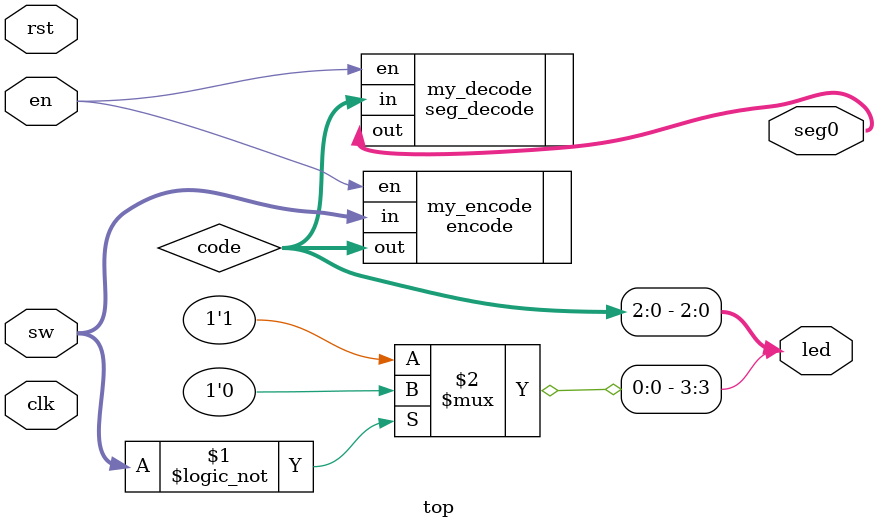
<source format=v>

module top (
    input [7:0] sw,
    input en,
    input clk,
    input rst,
    output [3:0] led,
    output [7:0] seg0
);
    wire [2:0] code;

    encode my_encode (
        .in(sw),
        .en(en),
        .out(code)
    );

    seg_decode my_decode(
        .in(code),
        .en(en),
        .out(seg0)
    );

    assign led [2:0] = code;
    assign led [3] = (sw == 8'b0) ? 1'b0 : 1'b1;

endmodule


</source>
